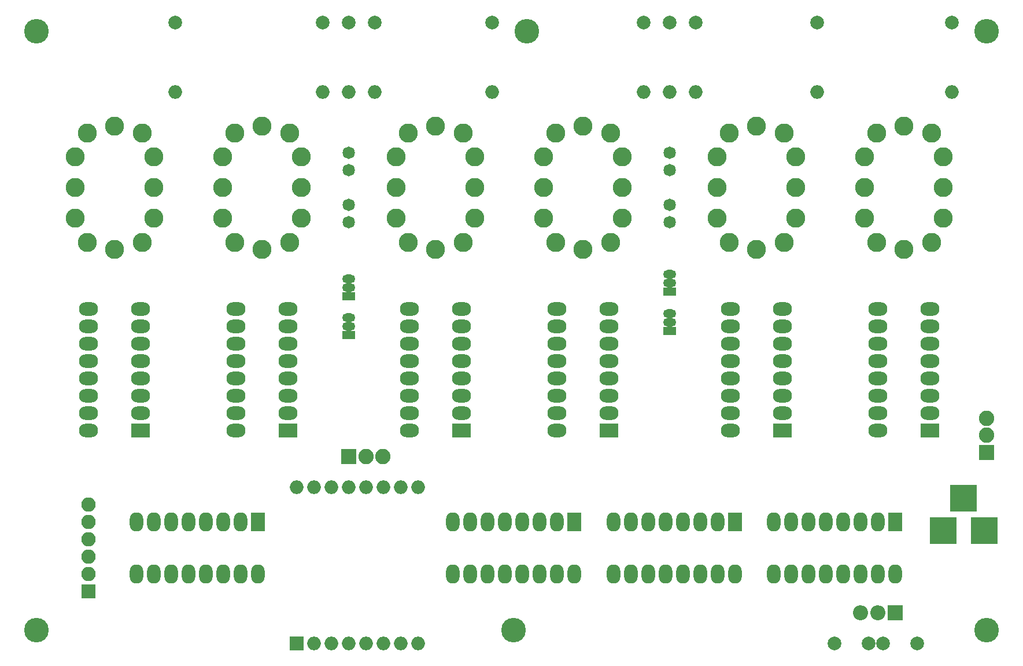
<source format=gts>
G04 #@! TF.FileFunction,Soldermask,Top*
%FSLAX46Y46*%
G04 Gerber Fmt 4.6, Leading zero omitted, Abs format (unit mm)*
G04 Created by KiCad (PCBNEW 4.0.7-e2-6376~61~ubuntu18.04.1) date Tue Aug 27 15:06:58 2019*
%MOMM*%
%LPD*%
G01*
G04 APERTURE LIST*
%ADD10C,0.100000*%
%ADD11R,2.000000X2.000000*%
%ADD12O,2.000000X2.000000*%
%ADD13R,2.250000X2.250000*%
%ADD14C,2.250000*%
%ADD15R,2.800000X2.000000*%
%ADD16O,2.800000X2.000000*%
%ADD17O,1.900000X1.300000*%
%ADD18R,1.900000X1.300000*%
%ADD19C,2.000000*%
%ADD20R,2.100000X2.100000*%
%ADD21O,2.100000X2.100000*%
%ADD22C,2.800000*%
%ADD23C,1.822400*%
%ADD24R,2.000000X2.800000*%
%ADD25O,2.000000X2.800000*%
%ADD26R,3.900000X3.900000*%
%ADD27R,2.200000X2.200000*%
%ADD28O,2.200000X2.200000*%
%ADD29C,3.600000*%
G04 APERTURE END LIST*
D10*
D11*
X115570000Y-136525000D03*
D12*
X133350000Y-113665000D03*
X118110000Y-136525000D03*
X130810000Y-113665000D03*
X120650000Y-136525000D03*
X128270000Y-113665000D03*
X123190000Y-136525000D03*
X125730000Y-113665000D03*
X125730000Y-136525000D03*
X123190000Y-113665000D03*
X128270000Y-136525000D03*
X120650000Y-113665000D03*
X130810000Y-136525000D03*
X118110000Y-113665000D03*
X133350000Y-136525000D03*
X115570000Y-113665000D03*
D13*
X123190000Y-109220000D03*
D14*
X125690000Y-109220000D03*
X128190000Y-109220000D03*
D15*
X92710000Y-105410000D03*
D16*
X85090000Y-87630000D03*
X92710000Y-102870000D03*
X85090000Y-90170000D03*
X92710000Y-100330000D03*
X85090000Y-92710000D03*
X92710000Y-97790000D03*
X85090000Y-95250000D03*
X92710000Y-95250000D03*
X85090000Y-97790000D03*
X92710000Y-92710000D03*
X85090000Y-100330000D03*
X92710000Y-90170000D03*
X85090000Y-102870000D03*
X92710000Y-87630000D03*
X85090000Y-105410000D03*
D17*
X170180000Y-89535000D03*
X170180000Y-88265000D03*
D18*
X170180000Y-90805000D03*
D17*
X123190000Y-90170000D03*
X123190000Y-88900000D03*
D18*
X123190000Y-91440000D03*
D17*
X170180000Y-83820000D03*
X170180000Y-82550000D03*
D18*
X170180000Y-85090000D03*
D17*
X123190000Y-84455000D03*
X123190000Y-83185000D03*
D18*
X123190000Y-85725000D03*
D19*
X97790000Y-45720000D03*
D12*
X97790000Y-55880000D03*
D19*
X119380000Y-45720000D03*
D12*
X119380000Y-55880000D03*
D19*
X123190000Y-45720000D03*
D12*
X123190000Y-55880000D03*
D19*
X127000000Y-45720000D03*
D12*
X127000000Y-55880000D03*
D19*
X144145000Y-45720000D03*
D12*
X144145000Y-55880000D03*
D19*
X166370000Y-45720000D03*
D12*
X166370000Y-55880000D03*
D19*
X170180000Y-45720000D03*
D12*
X170180000Y-55880000D03*
D19*
X173990000Y-45720000D03*
D12*
X173990000Y-55880000D03*
D19*
X191770000Y-45720000D03*
D12*
X191770000Y-55880000D03*
D19*
X211455000Y-45720000D03*
D12*
X211455000Y-55880000D03*
D20*
X85090000Y-128905000D03*
D21*
X85090000Y-126365000D03*
X85090000Y-123825000D03*
X85090000Y-121285000D03*
X85090000Y-118745000D03*
X85090000Y-116205000D03*
D15*
X114300000Y-105410000D03*
D16*
X106680000Y-87630000D03*
X114300000Y-102870000D03*
X106680000Y-90170000D03*
X114300000Y-100330000D03*
X106680000Y-92710000D03*
X114300000Y-97790000D03*
X106680000Y-95250000D03*
X114300000Y-95250000D03*
X106680000Y-97790000D03*
X114300000Y-92710000D03*
X106680000Y-100330000D03*
X114300000Y-90170000D03*
X106680000Y-102870000D03*
X114300000Y-87630000D03*
X106680000Y-105410000D03*
D15*
X139700000Y-105410000D03*
D16*
X132080000Y-87630000D03*
X139700000Y-102870000D03*
X132080000Y-90170000D03*
X139700000Y-100330000D03*
X132080000Y-92710000D03*
X139700000Y-97790000D03*
X132080000Y-95250000D03*
X139700000Y-95250000D03*
X132080000Y-97790000D03*
X139700000Y-92710000D03*
X132080000Y-100330000D03*
X139700000Y-90170000D03*
X132080000Y-102870000D03*
X139700000Y-87630000D03*
X132080000Y-105410000D03*
D15*
X161290000Y-105410000D03*
D16*
X153670000Y-87630000D03*
X161290000Y-102870000D03*
X153670000Y-90170000D03*
X161290000Y-100330000D03*
X153670000Y-92710000D03*
X161290000Y-97790000D03*
X153670000Y-95250000D03*
X161290000Y-95250000D03*
X153670000Y-97790000D03*
X161290000Y-92710000D03*
X153670000Y-100330000D03*
X161290000Y-90170000D03*
X153670000Y-102870000D03*
X161290000Y-87630000D03*
X153670000Y-105410000D03*
D15*
X186690000Y-105410000D03*
D16*
X179070000Y-87630000D03*
X186690000Y-102870000D03*
X179070000Y-90170000D03*
X186690000Y-100330000D03*
X179070000Y-92710000D03*
X186690000Y-97790000D03*
X179070000Y-95250000D03*
X186690000Y-95250000D03*
X179070000Y-97790000D03*
X186690000Y-92710000D03*
X179070000Y-100330000D03*
X186690000Y-90170000D03*
X179070000Y-102870000D03*
X186690000Y-87630000D03*
X179070000Y-105410000D03*
D15*
X208280000Y-105410000D03*
D16*
X200660000Y-87630000D03*
X208280000Y-102870000D03*
X200660000Y-90170000D03*
X208280000Y-100330000D03*
X200660000Y-92710000D03*
X208280000Y-97790000D03*
X200660000Y-95250000D03*
X208280000Y-95250000D03*
X200660000Y-97790000D03*
X208280000Y-92710000D03*
X200660000Y-100330000D03*
X208280000Y-90170000D03*
X200660000Y-102870000D03*
X208280000Y-87630000D03*
X200660000Y-105410000D03*
D22*
X88900000Y-60850000D03*
X94650000Y-69850000D03*
X94650000Y-65350000D03*
X88900000Y-78850000D03*
X94650000Y-74350000D03*
X92900000Y-77850000D03*
X92900000Y-61850000D03*
X84900000Y-61850000D03*
X83150000Y-65350000D03*
X83150000Y-69850000D03*
X83150000Y-74350000D03*
X84900000Y-77850000D03*
X110490000Y-60850000D03*
X116240000Y-69850000D03*
X116240000Y-65350000D03*
X110490000Y-78850000D03*
X116240000Y-74350000D03*
X114490000Y-77850000D03*
X114490000Y-61850000D03*
X106490000Y-61850000D03*
X104740000Y-65350000D03*
X104740000Y-69850000D03*
X104740000Y-74350000D03*
X106490000Y-77850000D03*
X135890000Y-60850000D03*
X141640000Y-69850000D03*
X141640000Y-65350000D03*
X135890000Y-78850000D03*
X141640000Y-74350000D03*
X139890000Y-77850000D03*
X139890000Y-61850000D03*
X131890000Y-61850000D03*
X130140000Y-65350000D03*
X130140000Y-69850000D03*
X130140000Y-74350000D03*
X131890000Y-77850000D03*
X157480000Y-60850000D03*
X163230000Y-69850000D03*
X163230000Y-65350000D03*
X157480000Y-78850000D03*
X163230000Y-74350000D03*
X161480000Y-77850000D03*
X161480000Y-61850000D03*
X153480000Y-61850000D03*
X151730000Y-65350000D03*
X151730000Y-69850000D03*
X151730000Y-74350000D03*
X153480000Y-77850000D03*
X182880000Y-60850000D03*
X188630000Y-69850000D03*
X188630000Y-65350000D03*
X182880000Y-78850000D03*
X188630000Y-74350000D03*
X186880000Y-77850000D03*
X186880000Y-61850000D03*
X178880000Y-61850000D03*
X177130000Y-65350000D03*
X177130000Y-69850000D03*
X177130000Y-74350000D03*
X178880000Y-77850000D03*
X204470000Y-60850000D03*
X210220000Y-69850000D03*
X210220000Y-65350000D03*
X204470000Y-78850000D03*
X210220000Y-74350000D03*
X208470000Y-77850000D03*
X208470000Y-61850000D03*
X200470000Y-61850000D03*
X198720000Y-65350000D03*
X198720000Y-69850000D03*
X198720000Y-74350000D03*
X200470000Y-77850000D03*
D23*
X170180000Y-74930000D03*
X170180000Y-72390000D03*
X170180000Y-67310000D03*
X170180000Y-64770000D03*
X123190000Y-74930000D03*
X123190000Y-72390000D03*
X123190000Y-67310000D03*
X123190000Y-64770000D03*
D24*
X179705000Y-118745000D03*
D25*
X161925000Y-126365000D03*
X177165000Y-118745000D03*
X164465000Y-126365000D03*
X174625000Y-118745000D03*
X167005000Y-126365000D03*
X172085000Y-118745000D03*
X169545000Y-126365000D03*
X169545000Y-118745000D03*
X172085000Y-126365000D03*
X167005000Y-118745000D03*
X174625000Y-126365000D03*
X164465000Y-118745000D03*
X177165000Y-126365000D03*
X161925000Y-118745000D03*
X179705000Y-126365000D03*
D24*
X109855000Y-118745000D03*
D25*
X92075000Y-126365000D03*
X107315000Y-118745000D03*
X94615000Y-126365000D03*
X104775000Y-118745000D03*
X97155000Y-126365000D03*
X102235000Y-118745000D03*
X99695000Y-126365000D03*
X99695000Y-118745000D03*
X102235000Y-126365000D03*
X97155000Y-118745000D03*
X104775000Y-126365000D03*
X94615000Y-118745000D03*
X107315000Y-126365000D03*
X92075000Y-118745000D03*
X109855000Y-126365000D03*
D24*
X156210000Y-118745000D03*
D25*
X138430000Y-126365000D03*
X153670000Y-118745000D03*
X140970000Y-126365000D03*
X151130000Y-118745000D03*
X143510000Y-126365000D03*
X148590000Y-118745000D03*
X146050000Y-126365000D03*
X146050000Y-118745000D03*
X148590000Y-126365000D03*
X143510000Y-118745000D03*
X151130000Y-126365000D03*
X140970000Y-118745000D03*
X153670000Y-126365000D03*
X138430000Y-118745000D03*
X156210000Y-126365000D03*
D24*
X203200000Y-118745000D03*
D25*
X185420000Y-126365000D03*
X200660000Y-118745000D03*
X187960000Y-126365000D03*
X198120000Y-118745000D03*
X190500000Y-126365000D03*
X195580000Y-118745000D03*
X193040000Y-126365000D03*
X193040000Y-118745000D03*
X195580000Y-126365000D03*
X190500000Y-118745000D03*
X198120000Y-126365000D03*
X187960000Y-118745000D03*
X200660000Y-126365000D03*
X185420000Y-118745000D03*
X203200000Y-126365000D03*
D13*
X216535000Y-108585000D03*
D14*
X216535000Y-106085000D03*
X216535000Y-103585000D03*
D19*
X206375000Y-136525000D03*
X201375000Y-136525000D03*
X194310000Y-136525000D03*
X199310000Y-136525000D03*
D26*
X210185000Y-120015000D03*
X216185000Y-120015000D03*
X213185000Y-115315000D03*
D27*
X203200000Y-132080000D03*
D28*
X200660000Y-132080000D03*
X198120000Y-132080000D03*
D29*
X77470000Y-46990000D03*
X216535000Y-46990000D03*
X77470000Y-134620000D03*
X216535000Y-134620000D03*
X147320000Y-134620000D03*
X149225000Y-46990000D03*
M02*

</source>
